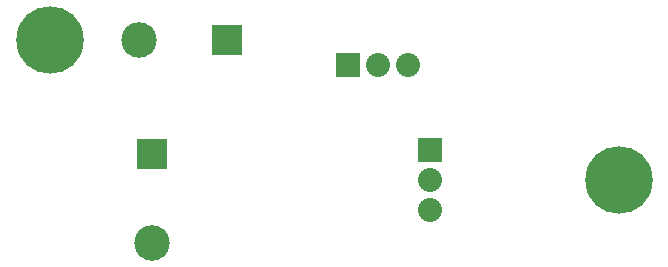
<source format=gts>
G04 (created by PCBNEW (2013-jul-07)-stable) date Sun 01 Jun 2014 21:32:24 BST*
%MOIN*%
G04 Gerber Fmt 3.4, Leading zero omitted, Abs format*
%FSLAX34Y34*%
G01*
G70*
G90*
G04 APERTURE LIST*
%ADD10C,0.00590551*%
%ADD11R,0.08X0.08*%
%ADD12C,0.08*%
%ADD13R,0.0987X0.0987*%
%ADD14C,0.1184*%
%ADD15C,0.2247*%
G04 APERTURE END LIST*
G54D10*
G54D11*
X11834Y7716D03*
G54D12*
X12834Y7716D03*
X13834Y7716D03*
G54D13*
X5314Y4743D03*
G54D14*
X5314Y1791D03*
G54D13*
X7814Y8542D03*
G54D14*
X4862Y8542D03*
G54D15*
X1889Y8542D03*
G54D11*
X14566Y4897D03*
G54D12*
X14566Y3897D03*
X14566Y2897D03*
G54D15*
X20866Y3897D03*
M02*

</source>
